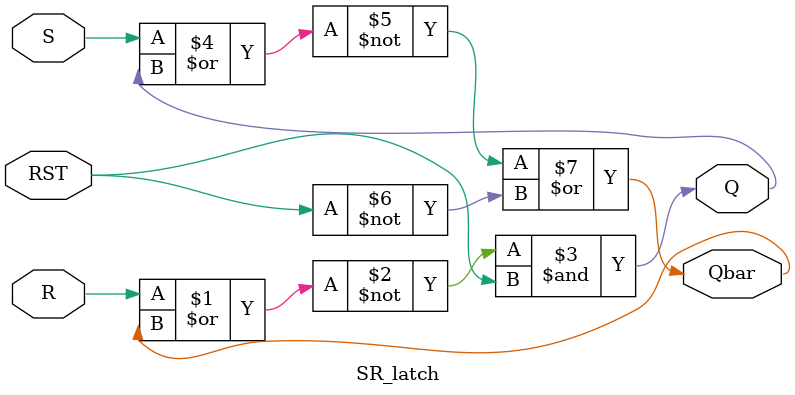
<source format=v>
`timescale 1ns / 1ps


module SR_latch( //active high
    input RST,
    input S,
    input R,
    output Q,
    output Qbar
    );

    assign Q = ~(R | Qbar) & RST;
    assign Qbar = ~(S | Q) | ~RST;
    
endmodule

</source>
